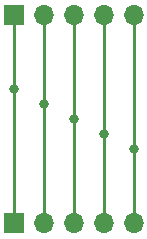
<source format=gbr>
G04 #@! TF.GenerationSoftware,KiCad,Pcbnew,5.0.1-33cea8e~67~ubuntu18.04.1*
G04 #@! TF.CreationDate,2018-12-04T13:55:11-08:00*
G04 #@! TF.ProjectId,snooping-board,736E6F6F70696E672D626F6172642E6B,rev?*
G04 #@! TF.SameCoordinates,Original*
G04 #@! TF.FileFunction,Copper,L2,Bot,Signal*
G04 #@! TF.FilePolarity,Positive*
%FSLAX46Y46*%
G04 Gerber Fmt 4.6, Leading zero omitted, Abs format (unit mm)*
G04 Created by KiCad (PCBNEW 5.0.1-33cea8e~67~ubuntu18.04.1) date Tue 04 Dec 2018 01:55:11 PM PST*
%MOMM*%
%LPD*%
G01*
G04 APERTURE LIST*
G04 #@! TA.AperFunction,ComponentPad*
%ADD10R,1.700000X1.700000*%
G04 #@! TD*
G04 #@! TA.AperFunction,ComponentPad*
%ADD11O,1.700000X1.700000*%
G04 #@! TD*
G04 #@! TA.AperFunction,ViaPad*
%ADD12C,0.800000*%
G04 #@! TD*
G04 #@! TA.AperFunction,Conductor*
%ADD13C,0.250000*%
G04 #@! TD*
G04 APERTURE END LIST*
D10*
G04 #@! TO.P,J3,1*
G04 #@! TO.N,3V3*
X139700000Y-106600000D03*
D11*
G04 #@! TO.P,J3,2*
G04 #@! TO.N,GND*
X142240000Y-106600000D03*
G04 #@! TO.P,J3,3*
G04 #@! TO.N,/VIN*
X144780000Y-106600000D03*
G04 #@! TO.P,J3,4*
G04 #@! TO.N,/SCL*
X147320000Y-106600000D03*
G04 #@! TO.P,J3,5*
G04 #@! TO.N,/SDA*
X149860000Y-106600000D03*
G04 #@! TD*
D10*
G04 #@! TO.P,J4,1*
G04 #@! TO.N,3V3*
X139700000Y-88980000D03*
D11*
G04 #@! TO.P,J4,2*
G04 #@! TO.N,GND*
X142240000Y-88980000D03*
G04 #@! TO.P,J4,3*
G04 #@! TO.N,/VIN*
X144780000Y-88980000D03*
G04 #@! TO.P,J4,4*
G04 #@! TO.N,/SCL*
X147320000Y-88980000D03*
G04 #@! TO.P,J4,5*
G04 #@! TO.N,/SDA*
X149860000Y-88980000D03*
G04 #@! TD*
D12*
G04 #@! TO.N,3V3*
X139700000Y-95250000D03*
G04 #@! TO.N,GND*
X142240000Y-96520000D03*
G04 #@! TO.N,/VIN*
X144780000Y-97790000D03*
G04 #@! TO.N,/SCL*
X147320000Y-99060000D03*
G04 #@! TO.N,/SDA*
X149860000Y-106600000D03*
X149860000Y-100330000D03*
G04 #@! TD*
D13*
G04 #@! TO.N,3V3*
X139700000Y-95250000D02*
X139700000Y-106600000D01*
X139700000Y-88980000D02*
X139700000Y-95250000D01*
G04 #@! TO.N,GND*
X142240000Y-88980000D02*
X142240000Y-90182081D01*
X142240000Y-96520000D02*
X142240000Y-106600000D01*
X142240000Y-90182081D02*
X142240000Y-96520000D01*
G04 #@! TO.N,/VIN*
X144780000Y-97790000D02*
X144780000Y-106600000D01*
X144780000Y-88980000D02*
X144780000Y-97790000D01*
G04 #@! TO.N,/SCL*
X147320000Y-99060000D02*
X147320000Y-106600000D01*
X147320000Y-88980000D02*
X147320000Y-99060000D01*
G04 #@! TO.N,/SDA*
X149860000Y-100330000D02*
X149860000Y-106600000D01*
X149860000Y-88980000D02*
X149860000Y-100330000D01*
G04 #@! TD*
M02*

</source>
